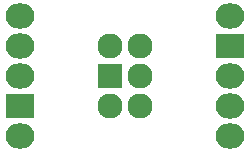
<source format=gbr>
G04 #@! TF.FileFunction,Soldermask,Bot*
%FSLAX46Y46*%
G04 Gerber Fmt 4.6, Leading zero omitted, Abs format (unit mm)*
G04 Created by KiCad (PCBNEW 4.0.7) date 01/05/18 14:18:40*
%MOMM*%
%LPD*%
G01*
G04 APERTURE LIST*
%ADD10C,0.100000*%
%ADD11O,2.432000X2.127200*%
%ADD12R,2.432000X2.127200*%
%ADD13O,2.127200X2.127200*%
%ADD14R,2.127200X2.127200*%
G04 APERTURE END LIST*
D10*
D11*
X102540000Y-84760000D03*
D12*
X102540000Y-87300000D03*
D11*
X102540000Y-89840000D03*
X102540000Y-92380000D03*
X102540000Y-94920000D03*
D13*
X94920000Y-92380000D03*
X92380000Y-92380000D03*
X94920000Y-89840000D03*
D14*
X92380000Y-89840000D03*
D13*
X94920000Y-87300000D03*
X92380000Y-87300000D03*
D11*
X84760000Y-94920000D03*
D12*
X84760000Y-92380000D03*
D11*
X84760000Y-89840000D03*
X84760000Y-87300000D03*
X84760000Y-84760000D03*
M02*

</source>
